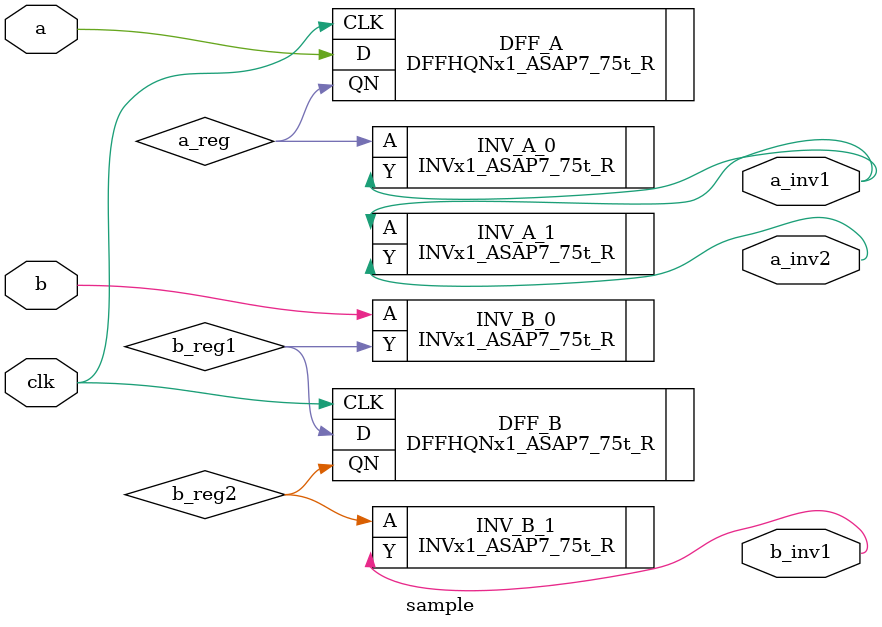
<source format=v>
/*
a -> DFF_A -> INV_A_0 -> a_inv1
                      -> INV_A_1 -> a_inv2

b -> INV_B_0 -> DFF_B -> INV_B_1 -> a_inv1
*/

module sample (
  clk,
  a,
  b,
  a_inv1,
  a_inv2,
  b_inv1
);
  input clk;
  input a;
  input b;
  output a_inv1;
  output a_inv2;
  output b_inv1;

  wire a_reg;
  wire b_reg1;
  wire b_reg2;

  DFFHQNx1_ASAP7_75t_R DFF_A (
    .CLK(clk),
    .D(a),
    .QN(a_reg)
  );

  INVx1_ASAP7_75t_R INV_A_0 (
    .A(a_reg),
    .Y(a_inv1)
  );

  INVx1_ASAP7_75t_R INV_A_1 (
    .A(a_inv1),
    .Y(a_inv2)
  );

  INVx1_ASAP7_75t_R INV_B_0 (
    .A(b),
    .Y(b_reg1)
  );

  DFFHQNx1_ASAP7_75t_R DFF_B (
    .CLK(clk),
    .D(b_reg1),
    .QN(b_reg2)
  );

  INVx1_ASAP7_75t_R INV_B_1 (
    .A(b_reg2),
    .Y(b_inv1)
  );

endmodule

</source>
